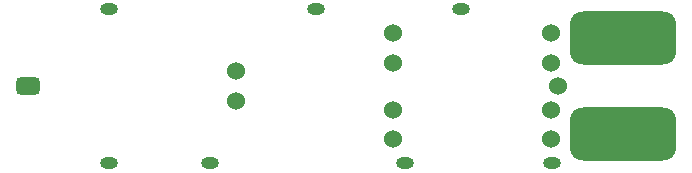
<source format=gbr>
%FSTAX25Y25*%
%MOMM*%
%SFA1B1*%

%IPPOS*%
%AMD25*
4,1,8,3.375660,2.250440,-3.375660,2.250440,-4.500880,1.125220,-4.500880,-1.125220,-3.375660,-2.250440,3.375660,-2.250440,4.500880,-1.125220,4.500880,1.125220,3.375660,2.250440,0.0*
1,1,2.250000,3.375660,1.125220*
1,1,2.250000,-3.375660,1.125220*
1,1,2.250000,-3.375660,-1.125220*
1,1,2.250000,3.375660,-1.125220*
%
%AMD27*
4,1,8,-1.000760,0.375920,-1.000760,-0.375920,-0.624840,-0.749300,0.624840,-0.749300,1.000760,-0.375920,1.000760,0.375920,0.624840,0.749300,-0.624840,0.749300,-1.000760,0.375920,0.0*
1,1,0.750000,-0.624840,0.375920*
1,1,0.750000,-0.624840,-0.375920*
1,1,0.750000,0.624840,-0.375920*
1,1,0.750000,0.624840,0.375920*
%
%ADD23O,1.499997X0.999998*%
%ADD24C,1.523997*%
G04~CAMADD=25~8~0.0~0.0~3543.3~1771.7~442.9~0.0~15~0.0~0.0~0.0~0.0~0~0.0~0.0~0.0~0.0~0~0.0~0.0~0.0~0.0~3543.3~1771.7*
%ADD25D25*%
G04~CAMADD=27~8~0.0~0.0~590.6~787.4~147.6~0.0~15~0.0~0.0~0.0~0.0~0~0.0~0.0~0.0~0.0~0~0.0~0.0~0.0~90.0~788.0~591.0*
%ADD27D27*%
%LNmicamp_pads_bot-1*%
%LPD*%
G54D23*
X-4349998Y0649998D03*
Y-0649998D03*
X-3499998D03*
X-2599999Y0649998D03*
X-1849998Y-0649998D03*
X-1374998Y0649998D03*
X-0599998Y-0649998D03*
G54D24*
X-1949998Y-0449999D03*
Y-0199999D03*
X-3274999Y-0124998D03*
Y0124998D03*
X-1949998Y0199999D03*
Y0449999D03*
X-0609998Y-0199999D03*
Y-0449999D03*
Y0449999D03*
Y0199999D03*
X-0549998Y0D03*
G54D25*
X0Y-0405998D03*
Y0405998D03*
G54D27*
X-5034998Y0D03*
M02*
</source>
